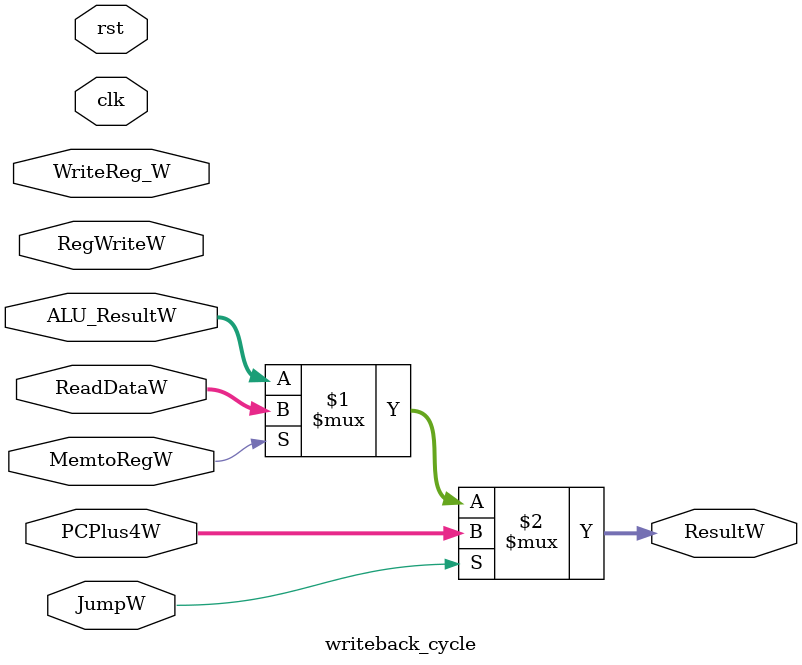
<source format=v>

module writeback_cycle(
// Declaration of IOs
input clk, rst, RegWriteW, MemtoRegW, JumpW,
input [4:0] WriteReg_W,
input [31:0] PCPlus4W, ALU_ResultW, ReadDataW,

output [31:0] ResultW
);

// Declaration of Module
// Mux result_mux (    
//                 .a(ALU_ResultW),
//                 .b(ReadDataW),
//                 .sel(MemtoRegW),
//                 .c(ResultW)
//                 );


assign ResultW =
    JumpW     ? PCPlus4W :
    MemtoRegW ? ReadDataW :
                ALU_ResultW;

endmodule
</source>
